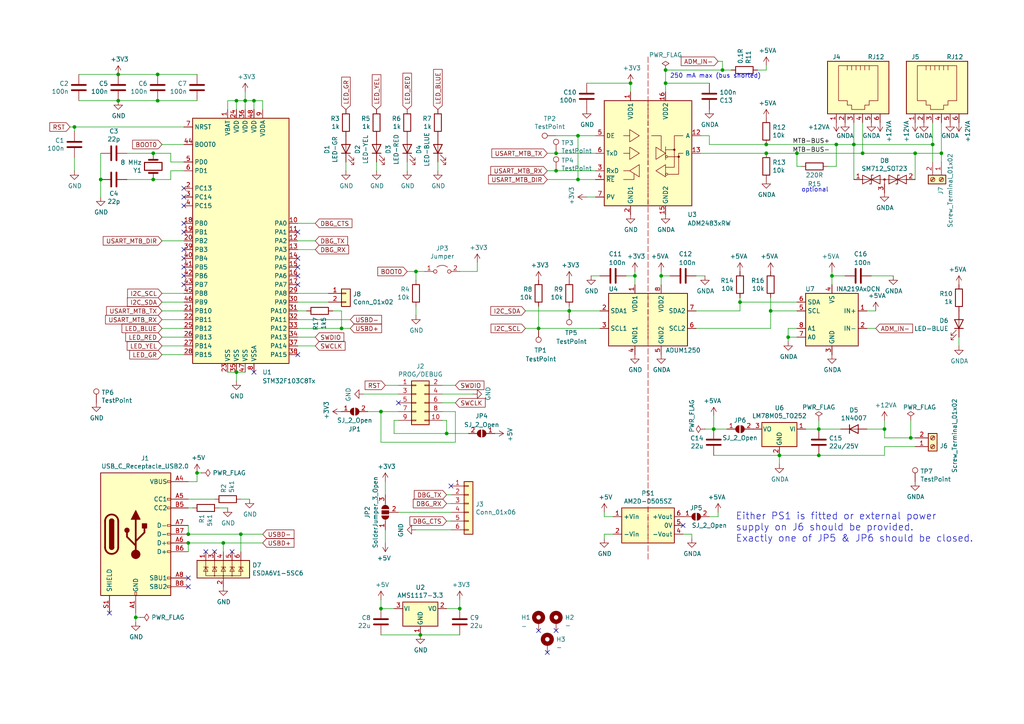
<source format=kicad_sch>
(kicad_sch (version 20211123) (generator eeschema)
  (paper "A4")
  (title_block (title "MTB-USB v4") (date "2021-02-07") (rev "4.2") (company "Model Railroader Club Brno I – KMŽ Brno I – https://kmz-brno.cz/") (comment 1 "Jan Horáček") (comment 2 "https://github.com/kmzbrnoI/mtb-usb-4-ele https://mtb.kmz-brno.cz/") (comment 3 "https://creativecommons.org/licenses/by-sa/4.0/") (comment 4 "Released under the Creative Commons Attribution-ShareAlike 4.0 License"))
  (junction (at 250.19 44.45))
  (junction (at 223.52 90.17))
  (junction (at 68.58 29.21))
  (junction (at 161.29 49.53))
  (junction (at 69.85 154.94))
  (junction (at 34.29 29.21))
  (junction (at 99.06 95.25))
  (junction (at 265.43 44.45))
  (junction (at 247.65 41.91))
  (junction (at 44.45 52.07))
  (junction (at 167.64 52.07))
  (junction (at 184.15 80.01))
  (junction (at 273.05 44.45))
  (junction (at 156.21 95.25))
  (junction (at 214.63 87.63))
  (junction (at 64.77 157.48))
  (junction (at 34.29 21.59))
  (junction (at 71.12 29.21))
  (junction (at 191.77 80.01))
  (junction (at 133.35 176.53))
  (junction (at 207.01 124.46))
  (junction (at 121.92 184.15))
  (junction (at 228.6 97.79))
  (junction (at 264.16 127))
  (junction (at 241.3 80.01))
  (junction (at 165.1 90.17))
  (junction (at 222.25 41.91))
  (junction (at 182.88 24.13))
  (junction (at 120.65 78.74))
  (junction (at 45.72 29.21))
  (junction (at 222.25 44.45))
  (junction (at 129.54 125.73))
  (junction (at 73.66 29.21))
  (junction (at 110.49 119.38))
  (junction (at 39.37 179.07))
  (junction (at 54.61 154.94))
  (junction (at 29.21 52.07))
  (junction (at 209.55 20.32))
  (junction (at 193.04 24.13))
  (junction (at 21.59 36.83))
  (junction (at 237.49 124.46))
  (junction (at 44.45 44.45))
  (junction (at 45.72 21.59))
  (junction (at 193.04 20.32))
  (junction (at 54.61 157.48))
  (junction (at 256.54 124.46))
  (junction (at 231.14 44.45))
  (junction (at 270.51 41.91))
  (junction (at 167.64 39.37))
  (junction (at 242.57 41.91))
  (junction (at 68.58 107.95))
  (junction (at 226.06 132.08))
  (junction (at 161.29 44.45))
  (junction (at 57.15 137.16))
  (junction (at 237.49 132.08))
  (junction (at 110.49 176.53))
  (no_connect (at 53.34 59.69))
  (no_connect (at 73.66 107.95))
  (no_connect (at 53.34 72.39))
  (no_connect (at 86.36 67.31))
  (no_connect (at 86.36 74.93))
  (no_connect (at 53.34 67.31))
  (no_connect (at 161.29 182.88))
  (no_connect (at 158.75 189.23))
  (no_connect (at 53.34 54.61))
  (no_connect (at 53.34 82.55))
  (no_connect (at 59.69 160.02))
  (no_connect (at 53.34 64.77))
  (no_connect (at 86.36 80.01))
  (no_connect (at 53.34 77.47))
  (no_connect (at 53.34 57.15))
  (no_connect (at 53.34 80.01))
  (no_connect (at 86.36 102.87))
  (no_connect (at 86.36 77.47))
  (no_connect (at 54.61 170.18))
  (no_connect (at 62.23 160.02))
  (no_connect (at 67.31 160.02))
  (no_connect (at 115.57 116.84))
  (no_connect (at 31.75 177.8))
  (no_connect (at 156.21 182.88))
  (no_connect (at 54.61 167.64))
  (no_connect (at 198.12 152.4))
  (no_connect (at 86.36 82.55))
  (no_connect (at 130.81 140.97))
  (no_connect (at 53.34 74.93))
  (wire (pts (xy 73.66 29.21) (xy 73.66 31.75)))
  (wire (pts (xy 170.18 24.13) (xy 182.88 24.13)))
  (wire (pts (xy 170.18 57.15) (xy 172.72 57.15)))
  (wire (pts (xy 193.04 20.32) (xy 209.55 20.32)))
  (wire (pts (xy 114.3 125.73) (xy 114.3 121.92)))
  (wire (pts (xy 57.15 29.21) (xy 45.72 29.21)))
  (wire (pts (xy 133.35 184.15) (xy 121.92 184.15)))
  (wire (pts (xy 251.46 90.17) (xy 254 90.17)))
  (wire (pts (xy 205.74 41.91) (xy 205.74 39.37)))
  (wire (pts (xy 232.41 48.26) (xy 231.14 48.26)))
  (wire (pts (xy 20.32 36.83) (xy 21.59 36.83)))
  (wire (pts (xy 109.22 46.99) (xy 109.22 49.53)))
  (wire (pts (xy 71.12 29.21) (xy 73.66 29.21)))
  (wire (pts (xy 138.43 78.74) (xy 138.43 76.2)))
  (wire (pts (xy 226.06 134.62) (xy 226.06 132.08)))
  (wire (pts (xy 68.58 29.21) (xy 71.12 29.21)))
  (wire (pts (xy 129.54 125.73) (xy 135.89 125.73)))
  (wire (pts (xy 40.64 179.07) (xy 39.37 179.07)))
  (wire (pts (xy 76.2 29.21) (xy 76.2 31.75)))
  (wire (pts (xy 44.45 52.07) (xy 49.53 52.07)))
  (wire (pts (xy 69.85 160.02) (xy 69.85 154.94)))
  (wire (pts (xy 128.27 119.38) (xy 132.08 119.38)))
  (wire (pts (xy 231.14 44.45) (xy 250.19 44.45)))
  (wire (pts (xy 127 49.53) (xy 127 46.99)))
  (wire (pts (xy 256.54 127) (xy 264.16 127)))
  (wire (pts (xy 66.04 147.32) (xy 63.5 147.32)))
  (wire (pts (xy 171.45 80.01) (xy 173.99 80.01)))
  (wire (pts (xy 114.3 176.53) (xy 110.49 176.53)))
  (wire (pts (xy 54.61 157.48) (xy 64.77 157.48)))
  (wire (pts (xy 207.01 132.08) (xy 226.06 132.08)))
  (wire (pts (xy 214.63 87.63) (xy 231.14 87.63)))
  (wire (pts (xy 46.99 100.33) (xy 53.34 100.33)))
  (wire (pts (xy 86.36 90.17) (xy 88.9 90.17)))
  (wire (pts (xy 237.49 124.46) (xy 243.84 124.46)))
  (wire (pts (xy 115.57 111.76) (xy 111.76 111.76)))
  (wire (pts (xy 86.36 92.71) (xy 101.6 92.71)))
  (wire (pts (xy 203.2 44.45) (xy 222.25 44.45)))
  (wire (pts (xy 228.6 95.25) (xy 231.14 95.25)))
  (wire (pts (xy 54.61 139.7) (xy 57.15 139.7)))
  (wire (pts (xy 53.34 102.87) (xy 46.99 102.87)))
  (wire (pts (xy 53.34 85.09) (xy 46.99 85.09)))
  (wire (pts (xy 66.04 29.21) (xy 68.58 29.21)))
  (wire (pts (xy 58.42 137.16) (xy 57.15 137.16)))
  (wire (pts (xy 22.86 21.59) (xy 34.29 21.59)))
  (wire (pts (xy 21.59 36.83) (xy 53.34 36.83)))
  (wire (pts (xy 172.72 52.07) (xy 167.64 52.07)))
  (wire (pts (xy 219.71 20.32) (xy 222.25 20.32)))
  (wire (pts (xy 210.82 124.46) (xy 207.01 124.46)))
  (wire (pts (xy 264.16 121.92) (xy 264.16 127)))
  (wire (pts (xy 110.49 119.38) (xy 115.57 119.38)))
  (wire (pts (xy 201.93 95.25) (xy 223.52 95.25)))
  (wire (pts (xy 53.34 69.85) (xy 46.99 69.85)))
  (wire (pts (xy 256.54 124.46) (xy 256.54 127)))
  (wire (pts (xy 49.53 52.07) (xy 49.53 49.53)))
  (wire (pts (xy 193.04 24.13) (xy 205.74 24.13)))
  (wire (pts (xy 130.81 143.51) (xy 129.54 143.51)))
  (wire (pts (xy 53.34 92.71) (xy 46.99 92.71)))
  (wire (pts (xy 250.19 35.56) (xy 250.19 44.45)))
  (wire (pts (xy 130.81 146.05) (xy 129.54 146.05)))
  (wire (pts (xy 68.58 107.95) (xy 71.12 107.95)))
  (wire (pts (xy 158.75 49.53) (xy 161.29 49.53)))
  (wire (pts (xy 115.57 148.59) (xy 130.81 148.59)))
  (wire (pts (xy 57.15 139.7) (xy 57.15 137.16)))
  (wire (pts (xy 120.65 78.74) (xy 118.11 78.74)))
  (wire (pts (xy 54.61 147.32) (xy 55.88 147.32)))
  (wire (pts (xy 223.52 86.36) (xy 223.52 90.17)))
  (wire (pts (xy 222.25 20.32) (xy 222.25 19.05)))
  (wire (pts (xy 64.77 160.02) (xy 64.77 157.48)))
  (wire (pts (xy 256.54 121.92) (xy 256.54 124.46)))
  (wire (pts (xy 110.49 119.38) (xy 106.68 119.38)))
  (wire (pts (xy 111.76 143.51) (xy 111.76 139.7)))
  (wire (pts (xy 129.54 176.53) (xy 133.35 176.53)))
  (wire (pts (xy 72.39 144.78) (xy 69.85 144.78)))
  (wire (pts (xy 223.52 95.25) (xy 223.52 90.17)))
  (wire (pts (xy 205.74 39.37) (xy 203.2 39.37)))
  (wire (pts (xy 54.61 152.4) (xy 54.61 154.94)))
  (wire (pts (xy 165.1 90.17) (xy 165.1 88.9)))
  (wire (pts (xy 194.31 80.01) (xy 191.77 80.01)))
  (wire (pts (xy 114.3 121.92) (xy 115.57 121.92)))
  (wire (pts (xy 231.14 97.79) (xy 228.6 97.79)))
  (wire (pts (xy 237.49 121.92) (xy 237.49 124.46)))
  (wire (pts (xy 53.34 97.79) (xy 46.99 97.79)))
  (wire (pts (xy 233.68 124.46) (xy 237.49 124.46)))
  (wire (pts (xy 128.27 121.92) (xy 129.54 121.92)))
  (wire (pts (xy 167.64 52.07) (xy 167.64 39.37)))
  (wire (pts (xy 207.01 120.65) (xy 207.01 124.46)))
  (wire (pts (xy 49.53 49.53) (xy 53.34 49.53)))
  (wire (pts (xy 270.51 41.91) (xy 270.51 46.99)))
  (wire (pts (xy 36.83 44.45) (xy 44.45 44.45)))
  (wire (pts (xy 71.12 29.21) (xy 71.12 31.75)))
  (wire (pts (xy 242.57 41.91) (xy 247.65 41.91)))
  (wire (pts (xy 100.33 49.53) (xy 100.33 46.99)))
  (wire (pts (xy 245.11 80.01) (xy 241.3 80.01)))
  (wire (pts (xy 86.36 87.63) (xy 95.25 87.63)))
  (wire (pts (xy 191.77 78.74) (xy 191.77 80.01)))
  (wire (pts (xy 29.21 44.45) (xy 29.21 52.07)))
  (wire (pts (xy 68.58 110.49) (xy 68.58 107.95)))
  (wire (pts (xy 128.27 116.84) (xy 132.08 116.84)))
  (wire (pts (xy 86.36 97.79) (xy 91.44 97.79)))
  (wire (pts (xy 156.21 95.25) (xy 173.99 95.25)))
  (wire (pts (xy 209.55 20.32) (xy 212.09 20.32)))
  (wire (pts (xy 99.06 95.25) (xy 101.6 95.25)))
  (wire (pts (xy 54.61 144.78) (xy 62.23 144.78)))
  (wire (pts (xy 161.29 49.53) (xy 172.72 49.53)))
  (wire (pts (xy 214.63 90.17) (xy 214.63 87.63)))
  (wire (pts (xy 110.49 184.15) (xy 121.92 184.15)))
  (wire (pts (xy 251.46 124.46) (xy 256.54 124.46)))
  (wire (pts (xy 250.19 44.45) (xy 265.43 44.45)))
  (wire (pts (xy 158.75 44.45) (xy 161.29 44.45)))
  (wire (pts (xy 45.72 29.21) (xy 34.29 29.21)))
  (wire (pts (xy 114.3 125.73) (xy 129.54 125.73)))
  (wire (pts (xy 86.36 72.39) (xy 91.44 72.39)))
  (wire (pts (xy 208.28 149.86) (xy 208.28 148.59)))
  (wire (pts (xy 129.54 151.13) (xy 130.81 151.13)))
  (wire (pts (xy 223.52 90.17) (xy 231.14 90.17)))
  (wire (pts (xy 173.99 90.17) (xy 165.1 90.17)))
  (wire (pts (xy 270.51 35.56) (xy 270.51 41.91)))
  (wire (pts (xy 53.34 90.17) (xy 46.99 90.17)))
  (wire (pts (xy 242.57 41.91) (xy 222.25 41.91)))
  (wire (pts (xy 193.04 20.32) (xy 193.04 24.13)))
  (wire (pts (xy 69.85 154.94) (xy 76.2 154.94)))
  (wire (pts (xy 68.58 31.75) (xy 68.58 29.21)))
  (wire (pts (xy 120.65 153.67) (xy 130.81 153.67)))
  (wire (pts (xy 256.54 129.54) (xy 256.54 132.08)))
  (wire (pts (xy 39.37 177.8) (xy 39.37 179.07)))
  (wire (pts (xy 201.93 90.17) (xy 214.63 90.17)))
  (wire (pts (xy 105.41 114.3) (xy 115.57 114.3)))
  (wire (pts (xy 34.29 21.59) (xy 45.72 21.59)))
  (wire (pts (xy 226.06 132.08) (xy 237.49 132.08)))
  (wire (pts (xy 208.28 17.78) (xy 209.55 17.78)))
  (wire (pts (xy 73.66 29.21) (xy 76.2 29.21)))
  (wire (pts (xy 45.72 21.59) (xy 57.15 21.59)))
  (wire (pts (xy 264.16 127) (xy 265.43 127)))
  (wire (pts (xy 128.27 111.76) (xy 132.08 111.76)))
  (wire (pts (xy 209.55 17.78) (xy 209.55 20.32)))
  (wire (pts (xy 161.29 44.45) (xy 172.72 44.45)))
  (wire (pts (xy 22.86 29.21) (xy 34.29 29.21)))
  (wire (pts (xy 44.45 44.45) (xy 49.53 44.45)))
  (wire (pts (xy 231.14 48.26) (xy 231.14 44.45)))
  (wire (pts (xy 278.13 100.33) (xy 278.13 97.79)))
  (wire (pts (xy 111.76 157.48) (xy 111.76 153.67)))
  (wire (pts (xy 241.3 80.01) (xy 241.3 82.55)))
  (wire (pts (xy 184.15 78.74) (xy 184.15 80.01)))
  (wire (pts (xy 110.49 128.27) (xy 110.49 119.38)))
  (wire (pts (xy 252.73 80.01) (xy 259.08 80.01)))
  (wire (pts (xy 133.35 78.74) (xy 138.43 78.74)))
  (wire (pts (xy 256.54 129.54) (xy 265.43 129.54)))
  (wire (pts (xy 193.04 24.13) (xy 193.04 26.67)))
  (wire (pts (xy 198.12 154.94) (xy 200.66 154.94)))
  (wire (pts (xy 54.61 154.94) (xy 69.85 154.94)))
  (wire (pts (xy 110.49 173.99) (xy 110.49 176.53)))
  (wire (pts (xy 247.65 35.56) (xy 247.65 41.91)))
  (wire (pts (xy 247.65 52.07) (xy 247.65 41.91)))
  (wire (pts (xy 86.36 64.77) (xy 91.44 64.77)))
  (wire (pts (xy 191.77 82.55) (xy 191.77 80.01)))
  (wire (pts (xy 214.63 86.36) (xy 214.63 87.63)))
  (wire (pts (xy 177.8 149.86) (xy 175.26 149.86)))
  (wire (pts (xy 53.34 41.91) (xy 46.99 41.91)))
  (wire (pts (xy 241.3 78.74) (xy 241.3 80.01)))
  (wire (pts (xy 137.16 114.3) (xy 128.27 114.3)))
  (wire (pts (xy 53.34 87.63) (xy 46.99 87.63)))
  (wire (pts (xy 251.46 95.25) (xy 254 95.25)))
  (wire (pts (xy 86.36 95.25) (xy 99.06 95.25)))
  (wire (pts (xy 240.03 48.26) (xy 242.57 48.26)))
  (wire (pts (xy 86.36 100.33) (xy 91.44 100.33)))
  (wire (pts (xy 175.26 149.86) (xy 175.26 148.59)))
  (wire (pts (xy 49.53 46.99) (xy 49.53 44.45)))
  (wire (pts (xy 181.61 80.01) (xy 184.15 80.01)))
  (wire (pts (xy 247.65 41.91) (xy 270.51 41.91)))
  (wire (pts (xy 29.21 57.15) (xy 29.21 52.07)))
  (wire (pts (xy 86.36 69.85) (xy 91.44 69.85)))
  (wire (pts (xy 265.43 44.45) (xy 273.05 44.45)))
  (wire (pts (xy 165.1 90.17) (xy 152.4 90.17)))
  (wire (pts (xy 120.65 91.44) (xy 120.65 88.9)))
  (wire (pts (xy 182.88 26.67) (xy 182.88 24.13)))
  (wire (pts (xy 64.77 157.48) (xy 76.2 157.48)))
  (wire (pts (xy 242.57 48.26) (xy 242.57 41.91)))
  (wire (pts (xy 205.74 149.86) (xy 208.28 149.86)))
  (wire (pts (xy 39.37 179.07) (xy 39.37 180.34)))
  (wire (pts (xy 71.12 26.67) (xy 71.12 29.21)))
  (wire (pts (xy 205.74 41.91) (xy 222.25 41.91)))
  (wire (pts (xy 228.6 97.79) (xy 228.6 95.25)))
  (wire (pts (xy 54.61 157.48) (xy 54.61 160.02)))
  (wire (pts (xy 200.66 154.94) (xy 200.66 156.21)))
  (wire (pts (xy 66.04 107.95) (xy 68.58 107.95)))
  (wire (pts (xy 53.34 46.99) (xy 49.53 46.99)))
  (wire (pts (xy 120.65 78.74) (xy 123.19 78.74)))
  (wire (pts (xy 99.06 90.17) (xy 99.06 95.25)))
  (wire (pts (xy 36.83 52.07) (xy 44.45 52.07)))
  (wire (pts (xy 201.93 80.01) (xy 204.47 80.01)))
  (wire (pts (xy 184.15 80.01) (xy 184.15 82.55)))
  (wire (pts (xy 158.75 52.07) (xy 167.64 52.07)))
  (wire (pts (xy 156.21 88.9) (xy 156.21 95.25)))
  (wire (pts (xy 204.47 124.46) (xy 207.01 124.46)))
  (wire (pts (xy 86.36 85.09) (xy 95.25 85.09)))
  (wire (pts (xy 156.21 95.25) (xy 152.4 95.25)))
  (wire (pts (xy 21.59 38.1) (xy 21.59 36.83)))
  (wire (pts (xy 172.72 39.37) (xy 167.64 39.37)))
  (wire (pts (xy 96.52 90.17) (xy 99.06 90.17)))
  (wire (pts (xy 120.65 81.28) (xy 120.65 78.74)))
  (wire (pts (xy 133.35 173.99) (xy 133.35 176.53)))
  (wire (pts (xy 273.05 44.45) (xy 273.05 46.99)))
  (wire (pts (xy 237.49 132.08) (xy 256.54 132.08)))
  (wire (pts (xy 21.59 45.72) (xy 21.59 49.53)))
  (wire (pts (xy 175.26 154.94) (xy 175.26 156.21)))
  (wire (pts (xy 129.54 121.92) (xy 129.54 125.73)))
  (wire (pts (xy 46.99 95.25) (xy 53.34 95.25)))
  (wire (pts (xy 118.11 46.99) (xy 118.11 49.53)))
  (wire (pts (xy 265.43 52.07) (xy 265.43 44.45)))
  (wire (pts (xy 132.08 119.38) (xy 132.08 128.27)))
  (wire (pts (xy 273.05 44.45) (xy 273.05 35.56)))
  (wire (pts (xy 222.25 44.45) (xy 231.14 44.45)))
  (wire (pts (xy 66.04 31.75) (xy 66.04 29.21)))
  (wire (pts (xy 132.08 128.27) (xy 110.49 128.27)))
  (polyline (pts (xy 187.96 16.51) (xy 187.96 162.56)) (stroke (width 0) (color 170 0 1 1)))
  (wire (pts (xy 161.29 39.37) (xy 167.64 39.37)))
  (wire (pts (xy 228.6 99.06) (xy 228.6 97.79)))
  (wire (pts (xy 175.26 154.94) (xy 177.8 154.94)))
  (text "Either PS1 is fitted or external power\nsupply on J6 should be provided.\nExactly one of JP5 & JP6 should be closed." (at 213.36 157.48 0) (effects (font (size 2.0066 2.0066)) (justify left bottom)))
  (text "250 mA max (bus shorted)" (at 194.31 22.86 0) (effects (font (size 1.27 1.27)) (justify left bottom)))
  (text "optional" (at 232.41 55.88 0) (effects (font (size 1.27 1.27)) (justify left bottom)))
  (label "MTB-BUS+" (at 229.87 41.91 0))
  (label "MTB-BUS-" (at 229.87 44.45 0))
  (global_label "USART_MTB_TX" (shape input) (at 46.99 90.17 180) (property "Intersheet References" "${INTERSHEET_REFS}" (effects hide)))
  (global_label "ADM_IN-" (shape input) (at 208.28 17.78 180) (property "Intersheet References" "${INTERSHEET_REFS}" (effects hide)))
  (global_label "USART_MTB_RX" (shape input) (at 158.75 49.53 180) (property "Intersheet References" "${INTERSHEET_REFS}" (effects hide)))
  (global_label "I2C_SCL" (shape input) (at 152.4 95.25 180) (property "Intersheet References" "${INTERSHEET_REFS}" (effects hide)))
  (global_label "SWDIO" (shape input) (at 91.44 97.79 0) (property "Intersheet References" "${INTERSHEET_REFS}" (effects hide)))
  (global_label "RST" (shape input) (at 20.32 36.83 180) (property "Intersheet References" "${INTERSHEET_REFS}" (effects hide)))
  (global_label "DBG_RX" (shape input) (at 91.44 72.39 0) (property "Intersheet References" "${INTERSHEET_REFS}" (effects hide)))
  (global_label "I2C_SCL" (shape input) (at 46.99 85.09 180) (property "Intersheet References" "${INTERSHEET_REFS}" (effects hide)))
  (global_label "USBD-" (shape input) (at 76.2 154.94 0) (property "Intersheet References" "${INTERSHEET_REFS}" (effects hide)))
  (global_label "LED_GR" (shape input) (at 100.33 31.75 90) (property "Intersheet References" "${INTERSHEET_REFS}" (effects hide)))
  (global_label "LED_YEL" (shape input) (at 46.99 100.33 180) (property "Intersheet References" "${INTERSHEET_REFS}" (effects hide)))
  (global_label "USART_MTB_DIR" (shape input) (at 158.75 52.07 180) (property "Intersheet References" "${INTERSHEET_REFS}" (effects hide)))
  (global_label "DBG_TX" (shape input) (at 91.44 69.85 0) (property "Intersheet References" "${INTERSHEET_REFS}" (effects hide)))
  (global_label "SWDIO" (shape input) (at 132.08 111.76 0) (property "Intersheet References" "${INTERSHEET_REFS}" (effects hide)))
  (global_label "USBD-" (shape input) (at 101.6 92.71 0) (property "Intersheet References" "${INTERSHEET_REFS}" (effects hide)))
  (global_label "I2C_SDA" (shape input) (at 152.4 90.17 180) (property "Intersheet References" "${INTERSHEET_REFS}" (effects hide)))
  (global_label "LED_RED" (shape input) (at 46.99 97.79 180) (property "Intersheet References" "${INTERSHEET_REFS}" (effects hide)))
  (global_label "I2C_SDA" (shape input) (at 46.99 87.63 180) (property "Intersheet References" "${INTERSHEET_REFS}" (effects hide)))
  (global_label "RST" (shape input) (at 111.76 111.76 180) (property "Intersheet References" "${INTERSHEET_REFS}" (effects hide)))
  (global_label "USART_MTB_DIR" (shape input) (at 46.99 69.85 180) (property "Intersheet References" "${INTERSHEET_REFS}" (effects hide)))
  (global_label "ADM_IN-" (shape input) (at 254 95.25 0) (property "Intersheet References" "${INTERSHEET_REFS}" (effects hide)))
  (global_label "BOOT0" (shape input) (at 118.11 78.74 180) (property "Intersheet References" "${INTERSHEET_REFS}" (effects hide)))
  (global_label "DBG_TX" (shape input) (at 129.54 143.51 180) (property "Intersheet References" "${INTERSHEET_REFS}" (effects hide)))
  (global_label "LED_GR" (shape input) (at 46.99 102.87 180) (property "Intersheet References" "${INTERSHEET_REFS}" (effects hide)))
  (global_label "DBG_RX" (shape input) (at 129.54 146.05 180) (property "Intersheet References" "${INTERSHEET_REFS}" (effects hide)))
  (global_label "LED_BLUE" (shape input) (at 46.99 95.25 180) (property "Intersheet References" "${INTERSHEET_REFS}" (effects hide)))
  (global_label "DBG_CTS" (shape input) (at 91.44 64.77 0) (property "Intersheet References" "${INTERSHEET_REFS}" (effects hide)))
  (global_label "LED_BLUE" (shape input) (at 127 31.75 90) (property "Intersheet References" "${INTERSHEET_REFS}" (effects hide)))
  (global_label "USBD+" (shape input) (at 101.6 95.25 0) (property "Intersheet References" "${INTERSHEET_REFS}" (effects hide)))
  (global_label "LED_RED" (shape input) (at 118.11 31.75 90) (property "Intersheet References" "${INTERSHEET_REFS}" (effects hide)))
  (global_label "USART_MTB_RX" (shape input) (at 46.99 92.71 180) (property "Intersheet References" "${INTERSHEET_REFS}" (effects hide)))
  (global_label "SWCLK" (shape input) (at 91.44 100.33 0) (property "Intersheet References" "${INTERSHEET_REFS}" (effects hide)))
  (global_label "BOOT0" (shape input) (at 46.99 41.91 180) (property "Intersheet References" "${INTERSHEET_REFS}" (effects hide)))
  (global_label "LED_YEL" (shape input) (at 109.22 31.75 90) (property "Intersheet References" "${INTERSHEET_REFS}" (effects hide)))
  (global_label "DBG_CTS" (shape input) (at 129.54 151.13 180) (property "Intersheet References" "${INTERSHEET_REFS}" (effects hide)))
  (global_label "USART_MTB_TX" (shape input) (at 158.75 44.45 180) (property "Intersheet References" "${INTERSHEET_REFS}" (effects hide)))
  (global_label "SWCLK" (shape input) (at 132.08 116.84 0) (property "Intersheet References" "${INTERSHEET_REFS}" (effects hide)))
  (global_label "USBD+" (shape input) (at 76.2 157.48 0) (property "Intersheet References" "${INTERSHEET_REFS}" (effects hide)))
  (symbol (lib_id "Connector:RJ12") (at 270.51 25.4 270) (unit 1)
    (property "Reference" "J5" (at 266.7 16.51 90) (effects (justify right)))
    (property "Value" "RJ12" (at 279.4 16.51 90) (effects (justify right)))
    (property "Footprint" "Connector_RJ:RJ25_Wayconn_MJEA-660X1_Horizontal" (effects hide))
  )
  (symbol (lib_id "Connector:RJ12") (at 247.65 25.4 270) (unit 1)
    (property "Reference" "J4" (at 243.84 16.51 90) (effects (justify right)))
    (property "Value" "RJ12" (at 256.54 16.51 90) (effects (justify right)))
    (property "Footprint" "Connector_RJ:RJ25_Wayconn_MJEA-660X1_Horizontal" (effects hide))
  )
  (symbol (lib_id "Device:C") (at 110.49 180.34 0) (mirror x) (unit 1)
    (property "Reference" "C8" (at 107.569 179.1716 0) (effects (justify right)))
    (property "Value" "22u" (at 107.569 181.483 0) (effects (justify right)))
    (property "Footprint" "Capacitor_SMD:C_0805_2012Metric" (effects hide))
    (property "LCSC" "C45783" (effects hide))
  )
  (symbol (lib_id "Device:R") (at 59.69 147.32 270) (mirror x) (unit 1)
    (property "Reference" "R1" (at 58.5216 149.098 0) (effects (justify right)))
    (property "Value" "5k1" (at 60.833 149.098 0) (effects (justify right)))
    (property "Footprint" "Resistor_SMD:R_0805_2012Metric" (effects hide))
    (property "LCSC" "C27834" (effects hide))
  )
  (symbol (lib_id "power:GND") (at 39.37 180.34 0) (unit 1)
    (property "Reference" "#PWR05" (effects hide))
    (property "Value" "GND" (at 39.497 184.7342 0))
  )
  (symbol (lib_id "Connector:USB_C_Receptacle_USB2.0") (at 39.37 154.94 0) (unit 1)
    (property "Reference" "J1" (at 42.0878 132.9182 0))
    (property "Value" "USB_C_Receptacle_USB2.0" (at 42.0878 135.2296 0))
    (property "Footprint" "Connector_USB:USB_C_Receptacle_HRO_TYPE-C-31-M-12" (effects hide))
    (property "Datasheet" "https://www.usb.org/sites/default/files/documents/usb_type-c.zip" (effects hide))
    (property "LCSC" "C165948" (effects hide))
  )
  (symbol (lib_id "Device:R") (at 66.04 144.78 90) (unit 1)
    (property "Reference" "R2" (at 64.8716 143.002 0) (effects (justify left)))
    (property "Value" "5k1" (at 67.183 143.002 0) (effects (justify left)))
    (property "Footprint" "Resistor_SMD:R_0805_2012Metric" (effects hide))
    (property "LCSC" "C27834" (effects hide))
  )
  (symbol (lib_id "power:GND") (at 66.04 147.32 0) (unit 1)
    (property "Reference" "#PWR07" (effects hide))
    (property "Value" "GND" (at 66.167 151.7142 0))
  )
  (symbol (lib_id "power:GND") (at 72.39 144.78 0) (unit 1)
    (property "Reference" "#PWR010" (effects hide))
    (property "Value" "GND" (at 72.517 149.1742 0))
  )
  (symbol (lib_id "Interface_UART:ADM2483xRW") (at 187.96 44.45 0) (unit 1)
    (property "Reference" "U3" (at 199.39 62.23 0) (effects (justify left)))
    (property "Value" "ADM2483xRW" (at 199.39 64.77 0) (effects (justify left)))
    (property "Footprint" "Package_SO:SOIC-16W_7.5x10.3mm_P1.27mm" (effects hide))
    (property "Datasheet" "https://www.analog.com/media/en/technical-documentation/data-sheets/adm2483.pdf" (effects hide))
    (property "LCSC" "C9637" (effects hide))
    (property "JLCPCB_CORRECTION" "0;0;-90" (effects hide))
  )
  (symbol (lib_id "MCU_ST_STM32F1:STM32F103C8Tx") (at 71.12 69.85 0) (unit 1)
    (property "Reference" "U1" (at 77.47 107.95 0))
    (property "Value" "STM32F103C8Tx" (at 83.82 110.49 0))
    (property "Footprint" "Package_QFP:LQFP-48_7x7mm_P0.5mm" (effects hide))
    (property "Datasheet" "http://www.st.com/st-web-ui/static/active/en/resource/technical/document/datasheet/CD00161566.pdf" (effects hide))
    (property "LCSC" "C8734" (effects hide))
    (property "JLCPCB_CORRECTION" "0;0;-90" (effects hide))
  )
  (symbol (lib_id "Regulator_Linear:AMS1117-3.3") (at 121.92 176.53 0) (unit 1)
    (property "Reference" "U2" (at 121.92 170.3832 0))
    (property "Value" "AMS1117-3.3" (at 121.92 172.6946 0))
    (property "Footprint" "Package_TO_SOT_SMD:SOT-223-3_TabPin2" (effects hide))
    (property "Datasheet" "http://www.advanced-monolithic.com/pdf/ds1117.pdf" (effects hide))
    (property "LCSC" "C6186" (effects hide))
    (property "JLCPCB_CORRECTION" "0;0;180" (effects hide))
  )
  (symbol (lib_id "Device:C") (at 57.15 25.4 0) (mirror x) (unit 1)
    (property "Reference" "C7" (at 54.229 24.2316 0) (effects (justify right)))
    (property "Value" "100n" (at 54.229 26.543 0) (effects (justify right)))
    (property "Footprint" "Capacitor_SMD:C_0805_2012Metric" (effects hide))
    (property "LCSC" "C49678" (effects hide))
  )
  (symbol (lib_id "power:+3V3") (at 133.35 173.99 0) (unit 1)
    (property "Reference" "#PWR013" (effects hide))
    (property "Value" "+3V3" (at 133.731 169.5958 0))
  )
  (symbol (lib_id "Device:C") (at 133.35 180.34 0) (unit 1)
    (property "Reference" "C9" (at 136.271 179.1716 0) (effects (justify left)))
    (property "Value" "22u" (at 136.271 181.483 0) (effects (justify left)))
    (property "Footprint" "Capacitor_SMD:C_0805_2012Metric" (effects hide))
    (property "LCSC" "C45783" (effects hide))
  )
  (symbol (lib_id "power:+5V") (at 57.15 137.16 0) (unit 1)
    (property "Reference" "#PWR06" (effects hide))
    (property "Value" "+5V" (at 57.531 132.7658 0))
  )
  (symbol (lib_id "power:+5V") (at 110.49 173.99 0) (unit 1)
    (property "Reference" "#PWR011" (effects hide))
    (property "Value" "+5V" (at 110.871 169.5958 0))
  )
  (symbol (lib_id "power:GND") (at 121.92 184.15 0) (unit 1)
    (property "Reference" "#PWR012" (effects hide))
    (property "Value" "GND" (at 122.047 188.5442 0))
  )
  (symbol (lib_id "Jumper:SolderJumper_2_Open") (at 102.87 119.38 0) (unit 1)
    (property "Reference" "JP1" (at 102.87 124.46 0))
    (property "Value" "SJ_2_Open" (at 102.87 121.92 0))
    (property "Footprint" "Jumper:SolderJumper-2_P1.3mm_Open_RoundedPad1.0x1.5mm" (effects hide))
  )
  (symbol (lib_id "Connector_Generic:Conn_02x05_Odd_Even") (at 120.65 116.84 0) (unit 1)
    (property "Reference" "J2" (at 121.92 106.2482 0))
    (property "Value" "PROG/DEBUG" (at 121.92 108.5596 0))
    (property "Footprint" "Connector_PinHeader_2.54mm:PinHeader_2x05_P2.54mm_Vertical" (effects hide))
  )
  (symbol (lib_id "Jumper:Jumper_2_Open") (at 128.27 78.74 0) (unit 1)
    (property "Reference" "JP3" (at 128.27 72.0344 0))
    (property "Value" "Jumper" (at 128.27 74.3458 0))
    (property "Footprint" "Connector_PinHeader_2.54mm:PinHeader_1x02_P2.54mm_Vertical" (effects hide))
  )
  (symbol (lib_id "Connector:Screw_Terminal_01x02") (at 273.05 52.07 270) (unit 1)
    (property "Reference" "J7" (at 272.8468 54.102 0) (effects (justify left)))
    (property "Value" "Screw_Terminal_01x02" (at 275.59 44.45 0) (effects (justify left)))
    (property "Footprint" "TerminalBlock_4Ucon:TerminalBlock_4Ucon_1x02_P3.50mm_Horizontal" (effects hide))
  )
  (symbol (lib_id "power:+3V3") (at 71.12 26.67 0) (unit 1)
    (property "Reference" "#PWR09" (effects hide))
    (property "Value" "+3V3" (at 71.501 22.2758 0))
  )
  (symbol (lib_id "Connector:Screw_Terminal_01x02") (at 270.51 129.54 0) (mirror x) (unit 1)
    (property "Reference" "J6" (at 272.542 129.3368 0) (effects (justify left)))
    (property "Value" "Screw_Terminal_01x02" (at 276.86 115.57 90) (effects (justify left)))
    (property "Footprint" "TerminalBlock_4Ucon:TerminalBlock_4Ucon_1x02_P3.50mm_Horizontal" (effects hide))
  )
  (symbol (lib_id "Analog_ADC:INA219AxDCN") (at 241.3 92.71 0) (mirror y) (unit 1)
    (property "Reference" "U7" (at 234.95 83.82 0))
    (property "Value" "INA219AxDCN" (at 248.92 83.82 0))
    (property "Footprint" "Package_TO_SOT_SMD:SOT-23-8" (effects hide))
    (property "Datasheet" "http://www.ti.com/lit/ds/symlink/ina219.pdf" (effects hide))
    (property "LCSC" "C87469" (effects hide))
    (property "JLCPCB_CORRECTION" "0;0;-90" (effects hide))
  )
  (symbol (lib_id "power:GND") (at 68.58 110.49 0) (unit 1)
    (property "Reference" "#PWR08" (effects hide))
    (property "Value" "GND" (at 68.707 114.8842 0))
  )
  (symbol (lib_id "Device:R") (at 120.65 85.09 0) (mirror x) (unit 1)
    (property "Reference" "R4" (at 118.872 83.9216 0) (effects (justify right)))
    (property "Value" "10k" (at 118.872 86.233 0) (effects (justify right)))
    (property "Footprint" "Resistor_SMD:R_0805_2012Metric" (effects hide))
    (property "LCSC" "C17414" (effects hide))
  )
  (symbol (lib_id "power:GND") (at 120.65 91.44 0) (unit 1)
    (property "Reference" "#PWR016" (effects hide))
    (property "Value" "GND" (at 120.777 95.8342 0))
  )
  (symbol (lib_id "Device:Crystal") (at 44.45 48.26 90) (unit 1)
    (property "Reference" "Y1" (at 41.1226 49.4284 90) (effects (justify left)))
    (property "Value" "8 MHz" (at 41.1226 47.117 90) (effects (justify left)))
    (property "Footprint" "Crystal:Crystal_SMD_5032-2Pin_5.0x3.2mm" (effects hide))
    (property "LCSC" "C115962" (effects hide))
  )
  (symbol (lib_id "Device:C") (at 33.02 44.45 270) (unit 1)
    (property "Reference" "C3" (at 33.02 38.0492 90))
    (property "Value" "22p" (at 33.02 40.3606 90))
    (property "Footprint" "Capacitor_SMD:C_0805_2012Metric" (effects hide))
    (property "LCSC" "C1804" (effects hide))
  )
  (symbol (lib_id "Device:C") (at 33.02 52.07 90) (mirror x) (unit 1)
    (property "Reference" "C4" (at 33.02 56.134 90))
    (property "Value" "22p" (at 33.02 58.4454 90))
    (property "Footprint" "Capacitor_SMD:C_0805_2012Metric" (effects hide))
    (property "LCSC" "C1804" (effects hide))
  )
  (symbol (lib_id "power:GND") (at 105.41 114.3 270) (unit 1)
    (property "Reference" "#PWR017" (effects hide))
    (property "Value" "GND" (at 101.0158 114.427 0))
  )
  (symbol (lib_id "power:GND") (at 137.16 114.3 90) (unit 1)
    (property "Reference" "#PWR025" (effects hide))
    (property "Value" "GND" (at 141.5542 114.173 0))
  )
  (symbol (lib_id "Jumper:SolderJumper_2_Open") (at 201.93 149.86 0) (unit 1)
    (property "Reference" "JP5" (at 201.93 147.32 0))
    (property "Value" "SJ_2_Open" (at 205.74 152.4 0))
    (property "Footprint" "Jumper:SolderJumper-2_P1.3mm_Open_RoundedPad1.0x1.5mm" (effects hide))
  )
  (symbol (lib_id "power:+3V3") (at 138.43 76.2 0) (unit 1)
    (property "Reference" "#PWR023" (effects hide))
    (property "Value" "+3V3" (at 138.811 71.8058 0))
  )
  (symbol (lib_id "power:GND") (at 29.21 57.15 0) (unit 1)
    (property "Reference" "#PWR02" (effects hide))
    (property "Value" "GND" (at 29.337 61.5442 0))
  )
  (symbol (lib_id "Interface_I2C:ADUM1250") (at 187.96 92.71 0) (unit 1)
    (property "Reference" "U4" (at 176.53 83.82 0) (effects (justify left)))
    (property "Value" "ADUM1250" (at 193.04 101.6 0) (effects (justify left)))
    (property "Footprint" "Package_SO:SO-8_3.9x4.9mm_P1.27mm" (effects hide))
    (property "Datasheet" "https://www.analog.com/media/en/technical-documentation/data-sheets/ADUM1250_1251.pdf" (effects hide))
    (property "LCSC" "C13839" (effects hide))
    (property "JLCPCB_CORRECTION" "0;0;-90" (effects hide))
  )
  (symbol (lib_id "power:+3V3") (at 99.06 119.38 90) (unit 1)
    (property "Reference" "#PWR015" (effects hide))
    (property "Value" "+3V3" (at 94.6658 118.999 0))
  )
  (symbol (lib_id "Regulator_Linear:LM78M05_TO252") (at 226.06 124.46 0) (mirror y) (unit 1)
    (property "Reference" "U6" (at 226.06 118.3132 0))
    (property "Value" "LM78M05_TO252" (at 226.06 120.6246 0))
    (property "Footprint" "Package_TO_SOT_SMD:TO-252-2" (effects hide))
    (property "Datasheet" "https://www.onsemi.com/pub/Collateral/MC78M00-D.PDF" (effects hide))
    (property "LCSC" "C58069" (effects hide))
  )
  (symbol (lib_id "power:+3V3") (at 34.29 21.59 0) (unit 1)
    (property "Reference" "#PWR03" (effects hide))
    (property "Value" "+3V3" (at 34.671 17.1958 0))
  )
  (symbol (lib_id "power:GND") (at 34.29 29.21 0) (unit 1)
    (property "Reference" "#PWR04" (effects hide))
    (property "Value" "GND" (at 34.417 33.6042 0))
  )
  (symbol (lib_id "Device:C") (at 34.29 25.4 0) (mirror x) (unit 1)
    (property "Reference" "C5" (at 31.369 24.2316 0) (effects (justify right)))
    (property "Value" "100n" (at 31.369 26.543 0) (effects (justify right)))
    (property "Footprint" "Capacitor_SMD:C_0805_2012Metric" (effects hide))
    (property "LCSC" "C49678" (effects hide))
  )
  (symbol (lib_id "Jumper:SolderJumper_2_Open") (at 139.7 125.73 180) (unit 1)
    (property "Reference" "JP4" (at 139.7 120.65 0))
    (property "Value" "SJ_2_Open" (at 139.7 123.19 0))
    (property "Footprint" "Jumper:SolderJumper-2_P1.3mm_Open_RoundedPad1.0x1.5mm" (effects hide))
  )
  (symbol (lib_id "Device:C") (at 22.86 25.4 0) (mirror x) (unit 1)
    (property "Reference" "C2" (at 19.939 24.2316 0) (effects (justify right)))
    (property "Value" "100n" (at 19.939 26.543 0) (effects (justify right)))
    (property "Footprint" "Capacitor_SMD:C_0805_2012Metric" (effects hide))
    (property "LCSC" "C49678" (effects hide))
  )
  (symbol (lib_id "Device:C") (at 45.72 25.4 0) (mirror x) (unit 1)
    (property "Reference" "C6" (at 42.799 24.2316 0) (effects (justify right)))
    (property "Value" "100n" (at 42.799 26.543 0) (effects (justify right)))
    (property "Footprint" "Capacitor_SMD:C_0805_2012Metric" (effects hide))
    (property "LCSC" "C49678" (effects hide))
  )
  (symbol (lib_id "power:+5V") (at 143.51 125.73 270) (unit 1)
    (property "Reference" "#PWR026" (effects hide))
    (property "Value" "+5V" (at 147.9042 126.111 0))
  )
  (symbol (lib_id "power:+3V3") (at 170.18 57.15 90) (unit 1)
    (property "Reference" "#PWR030" (effects hide))
    (property "Value" "+3V3" (at 165.7858 56.769 0))
  )
  (symbol (lib_id "power:+3V3") (at 182.88 24.13 0) (unit 1)
    (property "Reference" "#PWR034" (effects hide))
    (property "Value" "+3V3" (at 183.261 19.7358 0))
  )
  (symbol (lib_id "Device:C") (at 170.18 27.94 0) (mirror x) (unit 1)
    (property "Reference" "C10" (at 167.259 26.7716 0) (effects (justify right)))
    (property "Value" "100n" (at 167.259 29.083 0) (effects (justify right)))
    (property "Footprint" "Capacitor_SMD:C_0805_2012Metric" (effects hide))
    (property "LCSC" "C49678" (effects hide))
  )
  (symbol (lib_id "power:GND") (at 182.88 62.23 0) (unit 1)
    (property "Reference" "#PWR035" (effects hide))
    (property "Value" "GND" (at 183.007 66.6242 0))
  )
  (symbol (lib_id "power:GND") (at 170.18 31.75 0) (unit 1)
    (property "Reference" "#PWR029" (effects hide))
    (property "Value" "GND" (at 170.307 36.1442 0))
  )
  (symbol (lib_id "power:+5VA") (at 207.01 120.65 0) (mirror y) (unit 1)
    (property "Reference" "#PWR045" (effects hide))
    (property "Value" "+5VA" (at 206.629 116.2558 0))
  )
  (symbol (lib_id "power:GNDA") (at 193.04 62.23 0) (unit 1)
    (property "Reference" "#PWR041" (effects hide))
    (property "Value" "GNDA" (at 193.167 66.6242 0))
  )
  (symbol (lib_id "power:PWR_FLAG") (at 264.16 121.92 0) (unit 1)
    (property "Reference" "#FLG05" (effects hide))
    (property "Value" "PWR_FLAG" (at 266.7 118.11 0))
  )
  (symbol (lib_id "Device:C") (at 237.49 128.27 180) (unit 1)
    (property "Reference" "C15" (at 240.411 127.1016 0) (effects (justify right)))
    (property "Value" "22u/25V" (at 240.411 129.413 0) (effects (justify right)))
    (property "Footprint" "Capacitor_SMD:C_0805_2012Metric" (effects hide))
    (property "LCSC" "C45783" (effects hide))
  )
  (symbol (lib_id "Device:C") (at 207.01 128.27 0) (mirror x) (unit 1)
    (property "Reference" "C14" (at 204.089 127.1016 0) (effects (justify right)))
    (property "Value" "22u" (at 204.089 129.413 0) (effects (justify right)))
    (property "Footprint" "Capacitor_SMD:C_0805_2012Metric" (effects hide))
    (property "LCSC" "C45783" (effects hide))
  )
  (symbol (lib_id "power:PWR_FLAG") (at 237.49 121.92 0) (unit 1)
    (property "Reference" "#FLG03" (effects hide))
    (property "Value" "PWR_FLAG" (at 237.49 118.11 0))
  )
  (symbol (lib_id "power:PWR_FLAG") (at 40.64 179.07 270) (unit 1)
    (property "Reference" "#FLG01" (effects hide))
    (property "Value" "PWR_FLAG" (at 43.8912 179.07 90) (effects (justify left)))
  )
  (symbol (lib_id "power:+12VA") (at 256.54 121.92 0) (unit 1)
    (property "Reference" "#PWR058" (effects hide))
    (property "Value" "+12VA" (at 256.921 117.5258 0))
  )
  (symbol (lib_id "power:GNDA") (at 226.06 134.62 0) (unit 1)
    (property "Reference" "#PWR059" (effects hide))
    (property "Value" "GNDA" (at 226.187 139.0142 0))
  )
  (symbol (lib_id "power:PWR_FLAG") (at 58.42 137.16 270) (unit 1)
    (property "Reference" "#FLG02" (effects hide))
    (property "Value" "PWR_FLAG" (at 61.6712 137.16 90) (effects (justify left)))
  )
  (symbol (lib_id "Device:C") (at 21.59 41.91 0) (mirror x) (unit 1)
    (property "Reference" "C1" (at 18.669 40.7416 0) (effects (justify right)))
    (property "Value" "100n" (at 18.669 43.053 0) (effects (justify right)))
    (property "Footprint" "Capacitor_SMD:C_0805_2012Metric" (effects hide))
    (property "LCSC" "C49678" (effects hide))
  )
  (symbol (lib_id "power:GND") (at 21.59 49.53 0) (unit 1)
    (property "Reference" "#PWR01" (effects hide))
    (property "Value" "GND" (at 21.717 53.9242 0))
  )
  (symbol (lib_id "power:+12VA") (at 278.13 35.56 180) (unit 1)
    (property "Reference" "#PWR066" (effects hide))
    (property "Value" "+12VA" (at 280.67 38.1 90))
  )
  (symbol (lib_id "power:GNDA") (at 252.73 35.56 0) (unit 1)
    (property "Reference" "#PWR056" (effects hide))
    (property "Value" "GNDA" (at 252.73 39.37 0))
  )
  (symbol (lib_id "power:GND") (at 120.65 153.67 270) (unit 1)
    (property "Reference" "#PWR022" (effects hide))
    (property "Value" "GND" (at 116.2558 153.797 0))
  )
  (symbol (lib_id "Device:C") (at 205.74 27.94 0) (mirror x) (unit 1)
    (property "Reference" "C13" (at 208.661 29.1084 0) (effects (justify left)))
    (property "Value" "100n" (at 208.661 26.797 0) (effects (justify left)))
    (property "Footprint" "Capacitor_SMD:C_0805_2012Metric" (effects hide))
    (property "LCSC" "C49678" (effects hide))
  )
  (symbol (lib_id "power:GNDA") (at 205.74 31.75 0) (unit 1)
    (property "Reference" "#PWR043" (effects hide))
    (property "Value" "GNDA" (at 205.867 36.1442 0))
  )
  (symbol (lib_id "Connector_Generic:Conn_01x06") (at 135.89 146.05 0) (unit 1)
    (property "Reference" "J3" (at 137.922 146.2532 0) (effects (justify left)))
    (property "Value" "Conn_01x06" (at 137.922 148.5646 0) (effects (justify left)))
    (property "Footprint" "Connector_PinHeader_2.54mm:PinHeader_1x06_P2.54mm_Vertical" (effects hide))
  )
  (symbol (lib_id "Power_Protection:ESDA6V1-5SC6") (at 64.77 165.1 0) (unit 1)
    (property "Reference" "D7" (at 73.152 163.9316 0) (effects (justify left)))
    (property "Value" "ESDA6V1-5SC6" (at 73.152 166.243 0) (effects (justify left)))
    (property "Footprint" "Package_TO_SOT_SMD:SOT-23-6" (effects hide))
    (property "Datasheet" "www.st.com/resource/en/datasheet/esda6v1-5sc6.pdf" (effects hide))
    (property "LCSC" "C6650" (effects hide))
    (property "JLCPCB_CORRECTION" "0;0;180" (effects hide))
  )
  (symbol (lib_id "power:GND") (at 64.77 170.18 0) (unit 1)
    (property "Reference" "#PWR0103" (effects hide))
    (property "Value" "GND" (at 64.897 174.5742 0))
  )
  (symbol (lib_id "Converter_DCDC:IH0505S") (at 187.96 152.4 0) (unit 1)
    (property "Reference" "PS1" (at 187.96 143.0782 0))
    (property "Value" "AM2D-0505SZ" (at 187.96 145.3896 0))
    (property "Footprint" "Converter_DCDC:Converter_DCDC_XP_POWER-IHxxxxS_THT" (effects hide))
    (property "Datasheet" "https://www.xppower.com/pdfs/SF_IH.pdf" (effects hide))
  )
  (symbol (lib_id "Jumper:SolderJumper_3_Open") (at 111.76 148.59 90) (unit 1)
    (property "Reference" "JP2" (at 106.553 148.59 0))
    (property "Value" "SolderJumper_3_Open" (at 108.8644 148.59 0))
    (property "Footprint" "Jumper:SolderJumper-3_P1.3mm_Open_RoundedPad1.0x1.5mm_NumberLabels" (effects hide))
  )
  (symbol (lib_id "Device:D") (at 247.65 124.46 0) (unit 1)
    (property "Reference" "D5" (at 247.65 118.9482 0))
    (property "Value" "1N4007" (at 247.65 121.2596 0))
    (property "Footprint" "Diode_SMD:D_SOD-123" (effects hide))
    (property "LCSC" "C64898" (effects hide))
  )
  (symbol (lib_id "Device:R") (at 222.25 38.1 0) (unit 1)
    (property "Reference" "R12" (at 224.028 36.9316 0) (effects (justify left)))
    (property "Value" "10k" (at 224.028 39.243 0) (effects (justify left)))
    (property "Footprint" "Resistor_SMD:R_0805_2012Metric" (effects hide))
    (property "LCSC" "C17414" (effects hide))
  )
  (symbol (lib_id "Device:R") (at 222.25 48.26 0) (unit 1)
    (property "Reference" "R13" (at 224.028 47.0916 0) (effects (justify left)))
    (property "Value" "10k" (at 224.028 49.403 0) (effects (justify left)))
    (property "Footprint" "Resistor_SMD:R_0805_2012Metric" (effects hide))
    (property "LCSC" "C17414" (effects hide))
  )
  (symbol (lib_id "power:+5VA") (at 222.25 34.29 0) (unit 1)
    (property "Reference" "#PWR048" (effects hide))
    (property "Value" "+5VA" (at 222.631 29.8958 0))
  )
  (symbol (lib_id "power:GNDA") (at 222.25 52.07 0) (unit 1)
    (property "Reference" "#PWR049" (effects hide))
    (property "Value" "GNDA" (at 222.377 56.4642 0))
  )
  (symbol (lib_id "power:+3V3") (at 111.76 139.7 0) (unit 1)
    (property "Reference" "#PWR019" (effects hide))
    (property "Value" "+3V3" (at 112.141 135.3058 0))
  )
  (symbol (lib_id "Device:R") (at 236.22 48.26 90) (unit 1)
    (property "Reference" "R15" (at 236.22 53.34 90))
    (property "Value" "220R" (at 236.22 50.8 90))
    (property "Footprint" "Resistor_SMD:R_0805_2012Metric" (effects hide))
    (property "LCSC" "C17557" (effects hide))
  )
  (symbol (lib_id "power:+5V") (at 111.76 157.48 180) (unit 1)
    (property "Reference" "#PWR020" (effects hide))
    (property "Value" "+5V" (at 111.379 161.8742 0))
  )
  (symbol (lib_id "Device:LED") (at 278.13 93.98 270) (mirror x) (unit 1)
    (property "Reference" "D6" (at 275.1328 92.9894 90) (effects (justify right)))
    (property "Value" "LED-BLUE" (at 275.1328 95.3008 90) (effects (justify right)))
    (property "Footprint" "LED_SMD:LED_0805_2012Metric" (effects hide))
    (property "LCSC" "C2293" (effects hide))
  )
  (symbol (lib_id "power:+5VA") (at 278.13 82.55 0) (mirror y) (unit 1)
    (property "Reference" "#PWR063" (effects hide))
    (property "Value" "+5VA" (at 277.749 78.1558 0))
  )
  (symbol (lib_id "power:GNDA") (at 278.13 100.33 0) (unit 1)
    (property "Reference" "#PWR064" (effects hide))
    (property "Value" "GNDA" (at 278.257 104.7242 0))
  )
  (symbol (lib_id "Device:LED") (at 127 43.18 90) (unit 1)
    (property "Reference" "D4" (at 121.4882 43.3578 0))
    (property "Value" "LED-BLUE" (at 123.7996 43.3578 0))
    (property "Footprint" "LED_SMD:LED_0805_2012Metric" (effects hide))
    (property "LCSC" "C2293" (effects hide))
  )
  (symbol (lib_id "Device:LED") (at 118.11 43.18 90) (unit 1)
    (property "Reference" "D3" (at 112.5982 43.3578 0))
    (property "Value" "LED-RED" (at 114.9096 43.3578 0))
    (property "Footprint" "LED_SMD:LED_0805_2012Metric" (effects hide))
    (property "LCSC" "C84256" (effects hide))
  )
  (symbol (lib_id "Device:LED") (at 109.22 43.18 90) (unit 1)
    (property "Reference" "D2" (at 103.7082 43.3578 0))
    (property "Value" "LED-YEL" (at 106.0196 43.3578 0))
    (property "Footprint" "LED_SMD:LED_0805_2012Metric" (effects hide))
    (property "LCSC" "C2296" (effects hide))
  )
  (symbol (lib_id "Device:LED") (at 100.33 43.18 90) (unit 1)
    (property "Reference" "D1" (at 94.8182 43.3578 0))
    (property "Value" "LED-GR" (at 97.1296 43.3578 0))
    (property "Footprint" "LED_SMD:LED_0805_2012Metric" (effects hide))
  )
  (symbol (lib_id "Connector:TestPoint") (at 265.43 139.7 0) (unit 1)
    (property "Reference" "TP7" (at 266.9032 136.7028 0) (effects (justify left)))
    (property "Value" "TestPoint" (at 266.9032 139.0142 0) (effects (justify left)))
    (property "Footprint" "TestPoint:TestPoint_Loop_D3.50mm_Drill1.4mm_Beaded" (effects hide))
  )
  (symbol (lib_id "Connector:TestPoint") (at 27.94 116.84 0) (unit 1)
    (property "Reference" "TP6" (at 29.4132 113.8428 0) (effects (justify left)))
    (property "Value" "TestPoint" (at 29.4132 116.1542 0) (effects (justify left)))
    (property "Footprint" "TestPoint:TestPoint_Loop_D3.50mm_Drill1.4mm_Beaded" (effects hide))
  )
  (symbol (lib_id "power:GND") (at 27.94 116.84 0) (unit 1)
    (property "Reference" "#PWR0104" (effects hide))
    (property "Value" "GND" (at 28.067 121.2342 0))
  )
  (symbol (lib_id "power:GNDA") (at 265.43 139.7 0) (unit 1)
    (property "Reference" "#PWR0105" (effects hide))
    (property "Value" "GNDA" (at 265.557 144.0942 0))
  )
  (symbol (lib_id "Connector:TestPoint") (at 161.29 39.37 90) (unit 1)
    (property "Reference" "TP2" (at 159.4612 34.417 90))
    (property "Value" "TestPoint" (at 159.4612 36.7284 90))
    (property "Footprint" "TestPoint:TestPoint_Pad_D1.0mm" (effects hide))
  )
  (symbol (lib_id "power:GND") (at 100.33 49.53 0) (unit 1)
    (property "Reference" "#PWR014" (effects hide))
    (property "Value" "GND" (at 100.457 53.9242 0))
  )
  (symbol (lib_id "Connector:TestPoint") (at 161.29 44.45 0) (unit 1)
    (property "Reference" "TP3" (at 162.7632 41.4528 0) (effects (justify left)))
    (property "Value" "TestPoint" (at 162.7632 43.7642 0) (effects (justify left)))
    (property "Footprint" "TestPoint:TestPoint_Pad_D1.0mm" (effects hide))
  )
  (symbol (lib_id "Connector:TestPoint") (at 161.29 49.53 0) (unit 1)
    (property "Reference" "TP4" (at 162.7632 46.5328 0) (effects (justify left)))
    (property "Value" "TestPoint" (at 162.7632 48.8442 0) (effects (justify left)))
    (property "Footprint" "TestPoint:TestPoint_Pad_D1.0mm" (effects hide))
  )
  (symbol (lib_id "Connector:TestPoint") (at 156.21 95.25 180) (unit 1)
    (property "Reference" "TP1" (at 154.94 101.6 0) (effects (justify right)))
    (property "Value" "TestPoint" (at 152.4 104.14 0) (effects (justify right)))
    (property "Footprint" "TestPoint:TestPoint_Pad_D1.0mm" (effects hide))
  )
  (symbol (lib_id "Connector:TestPoint") (at 165.1 90.17 180) (unit 1)
    (property "Reference" "TP5" (at 163.83 96.52 0) (effects (justify right)))
    (property "Value" "TestPoint" (at 161.29 99.06 0) (effects (justify right)))
    (property "Footprint" "TestPoint:TestPoint_Pad_D1.0mm" (effects hide))
  )
  (symbol (lib_id "power:GNDA") (at 245.11 35.56 0) (unit 1)
    (property "Reference" "#PWR055" (effects hide))
    (property "Value" "GNDA" (at 245.11 39.37 0))
  )
  (symbol (lib_id "power:GNDA") (at 267.97 35.56 0) (unit 1)
    (property "Reference" "#PWR062" (effects hide))
    (property "Value" "GNDA" (at 267.97 39.37 0))
  )
  (symbol (lib_id "power:GNDA") (at 275.59 35.56 0) (unit 1)
    (property "Reference" "#PWR065" (effects hide))
    (property "Value" "GNDA" (at 275.59 39.37 0))
  )
  (symbol (lib_id "power:+12VA") (at 242.57 35.56 180) (unit 1)
    (property "Reference" "#PWR052" (effects hide))
    (property "Value" "+12VA" (at 237.49 36.83 0))
  )
  (symbol (lib_id "power:+12VA") (at 255.27 35.56 180) (unit 1)
    (property "Reference" "#PWR057" (effects hide))
    (property "Value" "+12VA" (at 257.81 38.1 90))
  )
  (symbol (lib_id "power:+12VA") (at 265.43 35.56 180) (unit 1)
    (property "Reference" "#PWR061" (effects hide))
    (property "Value" "+12VA" (at 262.89 38.1 90))
  )
  (symbol (lib_id "Device:R") (at 215.9 20.32 90) (mirror x) (unit 1)
    (property "Reference" "R11" (at 217.0684 18.542 0) (effects (justify right)))
    (property "Value" "0.1R" (at 214.757 18.542 0) (effects (justify right)))
    (property "Footprint" "Resistor_SMD:R_1206_3216Metric" (effects hide))
    (property "LCSC" "C25334" (effects hide))
  )
  (symbol (lib_id "Connector_Generic:Conn_01x02") (at 100.33 85.09 0) (unit 1)
    (property "Reference" "J8" (at 102.362 85.2932 0) (effects (justify left)))
    (property "Value" "Conn_01x02" (at 102.362 87.6046 0) (effects (justify left)))
    (property "Footprint" "Connector_PinHeader_2.54mm:PinHeader_1x02_P2.54mm_Vertical" (effects hide))
  )
  (symbol (lib_id "power:+3V3") (at 184.15 78.74 0) (unit 1)
    (property "Reference" "#PWR036" (effects hide))
    (property "Value" "+3V3" (at 184.531 74.3458 0))
  )
  (symbol (lib_id "Device:C") (at 177.8 80.01 90) (mirror x) (unit 1)
    (property "Reference" "C11" (at 176.53 73.66 90) (effects (justify right)))
    (property "Value" "100n" (at 176.53 76.2 90) (effects (justify right)))
    (property "Footprint" "Capacitor_SMD:C_0805_2012Metric" (effects hide))
    (property "LCSC" "C49678" (effects hide))
  )
  (symbol (lib_id "power:GND") (at 171.45 80.01 0) (unit 1)
    (property "Reference" "#PWR031" (effects hide))
    (property "Value" "GND" (at 171.577 84.4042 0))
  )
  (symbol (lib_id "power:GNDA") (at 200.66 156.21 0) (unit 1)
    (property "Reference" "#PWR047" (effects hide))
    (property "Value" "GNDA" (at 200.787 160.6042 0))
  )
  (symbol (lib_id "Device:C") (at 198.12 80.01 90) (mirror x) (unit 1)
    (property "Reference" "C12" (at 196.85 73.66 90) (effects (justify right)))
    (property "Value" "100n" (at 196.85 76.2 90) (effects (justify right)))
    (property "Footprint" "Capacitor_SMD:C_0805_2012Metric" (effects hide))
    (property "LCSC" "C49678" (effects hide))
  )
  (symbol (lib_id "power:+5VA") (at 191.77 78.74 0) (mirror y) (unit 1)
    (property "Reference" "#PWR038" (effects hide))
    (property "Value" "+5VA" (at 191.389 74.3458 0))
  )
  (symbol (lib_id "power:+5VA") (at 208.28 148.59 0) (mirror y) (unit 1)
    (property "Reference" "#PWR046" (effects hide))
    (property "Value" "+5VA" (at 207.899 144.1958 0))
  )
  (symbol (lib_id "power:GND") (at 175.26 156.21 0) (unit 1)
    (property "Reference" "#PWR033" (effects hide))
    (property "Value" "GND" (at 175.387 160.6042 0))
  )
  (symbol (lib_id "power:+5V") (at 175.26 148.59 0) (unit 1)
    (property "Reference" "#PWR032" (effects hide))
    (property "Value" "+5V" (at 175.641 144.1958 0))
  )
  (symbol (lib_id "power:GNDA") (at 191.77 102.87 0) (unit 1)
    (property "Reference" "#PWR039" (effects hide))
    (property "Value" "GNDA" (at 191.897 107.2642 0))
  )
  (symbol (lib_id "power:GND") (at 184.15 102.87 0) (unit 1)
    (property "Reference" "#PWR037" (effects hide))
    (property "Value" "GND" (at 184.277 107.2642 0))
  )
  (symbol (lib_id "Device:R") (at 92.71 90.17 270) (mirror x) (unit 1)
    (property "Reference" "R17" (at 91.5416 91.948 0) (effects (justify right)))
    (property "Value" "1k5" (at 93.853 91.948 0) (effects (justify right)))
    (property "Footprint" "Resistor_SMD:R_0805_2012Metric" (effects hide))
    (property "LCSC" "C4310" (effects hide))
  )
  (symbol (lib_id "Jumper:SolderJumper_2_Open") (at 214.63 124.46 0) (unit 1)
    (property "Reference" "JP6" (at 214.63 121.92 0))
    (property "Value" "SJ_2_Open" (at 214.63 127 0))
    (property "Footprint" "Jumper:SolderJumper-2_P1.3mm_Open_RoundedPad1.0x1.5mm" (effects hide))
  )
  (symbol (lib_id "power:PWR_FLAG") (at 204.47 124.46 90) (unit 1)
    (property "Reference" "#FLG0102" (effects hide))
    (property "Value" "PWR_FLAG" (at 200.66 120.65 0))
  )
  (symbol (lib_id "power:+5VA") (at 254 90.17 0) (unit 1)
    (property "Reference" "#PWR0102" (effects hide))
    (property "Value" "+5VA" (at 254.381 85.7758 0))
  )
  (symbol (lib_id "power:+5VA") (at 214.63 78.74 0) (mirror y) (unit 1)
    (property "Reference" "#PWR044" (effects hide))
    (property "Value" "+5VA" (at 214.249 74.3458 0))
  )
  (symbol (lib_id "power:+5VA") (at 223.52 78.74 0) (mirror y) (unit 1)
    (property "Reference" "#PWR050" (effects hide))
    (property "Value" "+5VA" (at 223.139 74.3458 0))
  )
  (symbol (lib_id "power:+5VA") (at 241.3 78.74 0) (mirror y) (unit 1)
    (property "Reference" "#PWR053" (effects hide))
    (property "Value" "+5VA" (at 240.919 74.3458 0))
  )
  (symbol (lib_id "Device:C") (at 248.92 80.01 90) (mirror x) (unit 1)
    (property "Reference" "C16" (at 247.65 73.66 90) (effects (justify right)))
    (property "Value" "100n" (at 247.65 76.2 90) (effects (justify right)))
    (property "Footprint" "Capacitor_SMD:C_0805_2012Metric" (effects hide))
    (property "LCSC" "C49678" (effects hide))
  )
  (symbol (lib_id "power:GND") (at 109.22 49.53 0) (unit 1)
    (property "Reference" "#PWR018" (effects hide))
    (property "Value" "GND" (at 109.347 53.9242 0))
  )
  (symbol (lib_id "power:GND") (at 118.11 49.53 0) (unit 1)
    (property "Reference" "#PWR021" (effects hide))
    (property "Value" "GND" (at 118.237 53.9242 0))
  )
  (symbol (lib_id "power:GND") (at 127 49.53 0) (unit 1)
    (property "Reference" "#PWR024" (effects hide))
    (property "Value" "GND" (at 127.127 53.9242 0))
  )
  (symbol (lib_id "Device:R") (at 100.33 35.56 0) (mirror x) (unit 1)
    (property "Reference" "R3" (at 98.552 34.3916 0) (effects (justify right)))
    (property "Value" "1k" (at 98.552 36.703 0) (effects (justify right)))
    (property "Footprint" "Resistor_SMD:R_0805_2012Metric" (effects hide))
    (property "LCSC" "C17513" (effects hide))
  )
  (symbol (lib_id "Device:R") (at 109.22 35.56 0) (mirror x) (unit 1)
    (property "Reference" "R5" (at 107.442 34.3916 0) (effects (justify right)))
    (property "Value" "1k" (at 107.442 36.703 0) (effects (justify right)))
    (property "Footprint" "Resistor_SMD:R_0805_2012Metric" (effects hide))
    (property "LCSC" "C17513" (effects hide))
  )
  (symbol (lib_id "Device:R") (at 118.11 35.56 0) (mirror x) (unit 1)
    (property "Reference" "R6" (at 116.332 34.3916 0) (effects (justify right)))
    (property "Value" "1k" (at 116.332 36.703 0) (effects (justify right)))
    (property "Footprint" "Resistor_SMD:R_0805_2012Metric" (effects hide))
    (property "LCSC" "C17513" (effects hide))
  )
  (symbol (lib_id "Device:R") (at 127 35.56 0) (mirror x) (unit 1)
    (property "Reference" "R7" (at 125.222 34.3916 0) (effects (justify right)))
    (property "Value" "1k" (at 125.222 36.703 0) (effects (justify right)))
    (property "Footprint" "Resistor_SMD:R_0805_2012Metric" (effects hide))
    (property "LCSC" "C17513" (effects hide))
  )
  (symbol (lib_id "power:+3V3") (at 165.1 81.28 0) (unit 1)
    (property "Reference" "#PWR028" (effects hide))
    (property "Value" "+3V3" (at 165.481 76.8858 0))
  )
  (symbol (lib_id "power:+3V3") (at 156.21 81.28 0) (unit 1)
    (property "Reference" "#PWR027" (effects hide))
    (property "Value" "+3V3" (at 156.591 76.8858 0))
  )
  (symbol (lib_id "power:GNDA") (at 241.3 102.87 0) (unit 1)
    (property "Reference" "#PWR054" (effects hide))
    (property "Value" "GNDA" (at 241.427 107.2642 0))
  )
  (symbol (lib_id "power:GNDA") (at 259.08 80.01 0) (unit 1)
    (property "Reference" "#PWR060" (effects hide))
    (property "Value" "GNDA" (at 259.207 84.4042 0))
  )
  (symbol (lib_id "power:GNDA") (at 204.47 80.01 0) (unit 1)
    (property "Reference" "#PWR042" (effects hide))
    (property "Value" "GNDA" (at 204.597 84.4042 0))
  )
  (symbol (lib_id "power:GNDA") (at 228.6 99.06 0) (unit 1)
    (property "Reference" "#PWR051" (effects hide))
    (property "Value" "GNDA" (at 228.727 103.4542 0))
  )
  (symbol (lib_id "Mechanical:MountingHole_Pad") (at 161.29 180.34 0) (unit 1)
    (property "Reference" "H2" (at 163.83 179.0954 0) (effects (justify left)))
    (property "Value" "-" (at 163.83 181.4068 0) (effects (justify left)))
    (property "Footprint" "jlcpcb_tooling_holes:jlcpcb_tooling_holes" (effects hide))
  )
  (symbol (lib_id "Mechanical:MountingHole_Pad") (at 156.21 180.34 0) (mirror y) (unit 1)
    (property "Reference" "H1" (at 151.13 179.07 0) (effects (justify right)))
    (property "Value" "-" (at 151.13 181.61 0) (effects (justify right)))
    (property "Footprint" "jlcpcb_tooling_holes:jlcpcb_tooling_holes" (effects hide))
  )
  (symbol (lib_id "Mechanical:MountingHole_Pad") (at 158.75 186.69 0) (unit 1)
    (property "Reference" "H3" (at 161.29 185.4454 0) (effects (justify left)))
    (property "Value" "-" (at 161.29 187.7568 0) (effects (justify left)))
    (property "Footprint" "jlcpcb_tooling_holes:jlcpcb_tooling_holes" (effects hide))
  )
  (symbol (lib_id "power:+5VA") (at 222.25 19.05 0) (unit 1)
    (property "Reference" "#PWR0101" (effects hide))
    (property "Value" "+5VA" (at 222.631 14.6558 0))
  )
  (symbol (lib_id "power:PWR_FLAG") (at 193.04 20.32 0) (unit 1)
    (property "Reference" "#FLG0101" (effects hide))
    (property "Value" "PWR_FLAG" (at 193.04 15.9258 0))
  )
  (symbol (lib_id "Device:R") (at 278.13 86.36 0) (mirror x) (unit 1)
    (property "Reference" "R10" (at 276.352 85.1916 0) (effects (justify right)))
    (property "Value" "1k" (at 276.352 87.503 0) (effects (justify right)))
    (property "Footprint" "Resistor_SMD:R_0805_2012Metric" (effects hide))
    (property "LCSC" "C17513" (effects hide))
  )
  (symbol (lib_id "Device:R") (at 156.21 85.09 0) (mirror x) (unit 1)
    (property "Reference" "R8" (at 154.432 83.9216 0) (effects (justify right)))
    (property "Value" "10k" (at 154.432 86.233 0) (effects (justify right)))
    (property "Footprint" "Resistor_SMD:R_0805_2012Metric" (effects hide))
    (property "LCSC" "C17414" (effects hide))
  )
  (symbol (lib_id "Device:R") (at 165.1 85.09 0) (mirror x) (unit 1)
    (property "Reference" "R9" (at 163.322 83.9216 0) (effects (justify right)))
    (property "Value" "10k" (at 163.322 86.233 0) (effects (justify right)))
    (property "Footprint" "Resistor_SMD:R_0805_2012Metric" (effects hide))
    (property "LCSC" "C17414" (effects hide))
  )
  (symbol (lib_id "Device:R") (at 214.63 82.55 0) (mirror x) (unit 1)
    (property "Reference" "R14" (at 212.852 81.3816 0) (effects (justify right)))
    (property "Value" "10k" (at 212.852 83.693 0) (effects (justify right)))
    (property "Footprint" "Resistor_SMD:R_0805_2012Metric" (effects hide))
    (property "LCSC" "C17414" (effects hide))
  )
  (symbol (lib_id "Device:R") (at 223.52 82.55 0) (mirror x) (unit 1)
    (property "Reference" "R16" (at 221.742 81.3816 0) (effects (justify right)))
    (property "Value" "10k" (at 221.742 83.693 0) (effects (justify right)))
    (property "Footprint" "Resistor_SMD:R_0805_2012Metric" (effects hide))
    (property "LCSC" "C17414" (effects hide))
  )
  (symbol (lib_id "Diode:SM712_SOT23") (at 256.54 52.07 0) (unit 1)
    (property "Reference" "D8" (at 256.54 46.5836 0))
    (property "Value" "SM712_SOT23" (at 256.54 48.895 0))
    (property "Footprint" "Package_TO_SOT_SMD:SOT-23" (effects hide))
    (property "Datasheet" "https://www.littelfuse.com/~/media/electronics/datasheets/tvs_diode_arrays/littelfuse_tvs_diode_array_sm712_datasheet.pdf.pdf" (effects hide))
    (property "LCSC" "C2827658" (effects hide))
  )
  (symbol (lib_id "power:GNDA") (at 256.54 55.88 0) (unit 1)
    (property "Reference" "#PWR040" (effects hide))
    (property "Value" "GNDA" (at 256.667 60.2742 0))
  )
)
</source>
